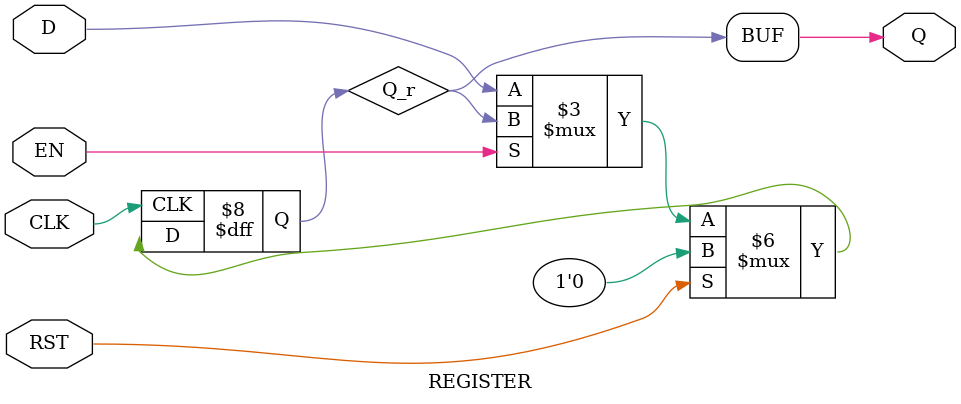
<source format=v>
module REGISTER 
#(
    parameter W = 1
)
(   
    input           CLK ,
    input           RST ,
    input           EN  ,
    input   [W-1:0] D   ,
    output  [W-1:0] Q
);

    reg     [W-1:0] Q_r;
    always @ (posedge CLK)
    begin
        if      (RST)   Q_r <= 0;
        else if (EN)    Q_r <= Q;   //D가 들어가야 하는것 아닌가?
        else            Q_r <= D;
    end

    assign Q = Q_r;
    
endmodule
</source>
